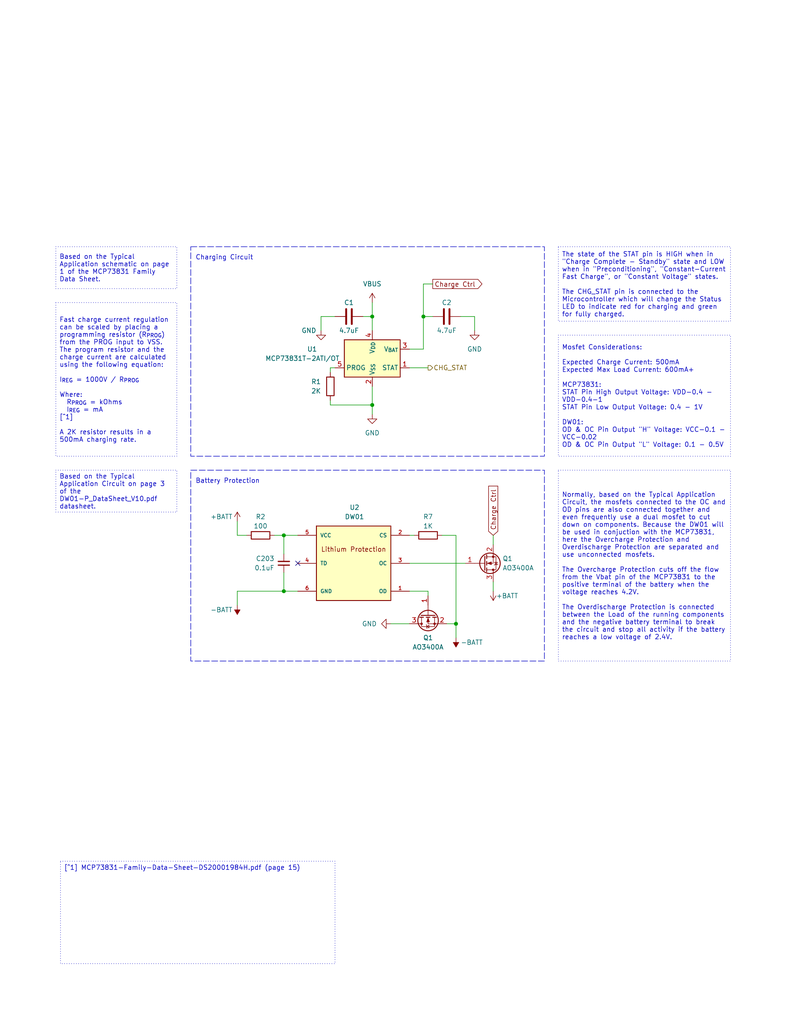
<source format=kicad_sch>
(kicad_sch
	(version 20231120)
	(generator "eeschema")
	(generator_version "8.0")
	(uuid "2707af09-9d08-44c7-8250-97305a1da354")
	(paper "A" portrait)
	(title_block
		(title "Comms Badge Voice Assistant")
		(date "2024-03-02")
		(rev "0.1.1")
		(company "Home Sweet Home Assistant")
	)
	(lib_symbols
		(symbol "Comms Badge Voice Assistant Project:+BATT"
			(power)
			(pin_names
				(offset 0)
			)
			(exclude_from_sim no)
			(in_bom yes)
			(on_board yes)
			(property "Reference" "#PWR"
				(at 0 -3.81 0)
				(effects
					(font
						(size 1.27 1.27)
					)
					(hide yes)
				)
			)
			(property "Value" "+BATT"
				(at 0 3.556 0)
				(effects
					(font
						(size 1.27 1.27)
					)
				)
			)
			(property "Footprint" ""
				(at 0 0 0)
				(effects
					(font
						(size 1.27 1.27)
					)
					(hide yes)
				)
			)
			(property "Datasheet" ""
				(at 0 0 0)
				(effects
					(font
						(size 1.27 1.27)
					)
					(hide yes)
				)
			)
			(property "Description" "Power symbol creates a global label with name \"+BATT\""
				(at 0 0 0)
				(effects
					(font
						(size 1.27 1.27)
					)
					(hide yes)
				)
			)
			(property "ki_keywords" "global power battery"
				(at 0 0 0)
				(effects
					(font
						(size 1.27 1.27)
					)
					(hide yes)
				)
			)
			(symbol "+BATT_0_1"
				(polyline
					(pts
						(xy -0.762 1.27) (xy 0 2.54)
					)
					(stroke
						(width 0)
						(type default)
					)
					(fill
						(type none)
					)
				)
				(polyline
					(pts
						(xy 0 0) (xy 0 2.54)
					)
					(stroke
						(width 0)
						(type default)
					)
					(fill
						(type none)
					)
				)
				(polyline
					(pts
						(xy 0 2.54) (xy 0.762 1.27)
					)
					(stroke
						(width 0)
						(type default)
					)
					(fill
						(type none)
					)
				)
			)
			(symbol "+BATT_1_1"
				(pin power_in line
					(at 0 0 90)
					(length 0) hide
					(name "+BATT"
						(effects
							(font
								(size 1.27 1.27)
							)
						)
					)
					(number "1"
						(effects
							(font
								(size 1.27 1.27)
							)
						)
					)
				)
			)
		)
		(symbol "Comms Badge Voice Assistant Project:-BATT"
			(power)
			(pin_names
				(offset 0)
			)
			(exclude_from_sim no)
			(in_bom yes)
			(on_board yes)
			(property "Reference" "#PWR"
				(at 0 -3.81 0)
				(effects
					(font
						(size 1.27 1.27)
					)
					(hide yes)
				)
			)
			(property "Value" "-BATT"
				(at 0 3.556 0)
				(effects
					(font
						(size 1.27 1.27)
					)
				)
			)
			(property "Footprint" ""
				(at 0 0 0)
				(effects
					(font
						(size 1.27 1.27)
					)
					(hide yes)
				)
			)
			(property "Datasheet" ""
				(at 0 0 0)
				(effects
					(font
						(size 1.27 1.27)
					)
					(hide yes)
				)
			)
			(property "Description" "Power symbol creates a global label with name \"-BATT\""
				(at 0 0 0)
				(effects
					(font
						(size 1.27 1.27)
					)
					(hide yes)
				)
			)
			(property "ki_keywords" "global power battery"
				(at 0 0 0)
				(effects
					(font
						(size 1.27 1.27)
					)
					(hide yes)
				)
			)
			(symbol "-BATT_0_1"
				(polyline
					(pts
						(xy 0 0) (xy 0 2.54)
					)
					(stroke
						(width 0)
						(type default)
					)
					(fill
						(type none)
					)
				)
				(polyline
					(pts
						(xy 0.762 1.27) (xy -0.762 1.27) (xy 0 2.54) (xy 0.762 1.27)
					)
					(stroke
						(width 0)
						(type default)
					)
					(fill
						(type outline)
					)
				)
			)
			(symbol "-BATT_1_1"
				(pin power_in line
					(at 0 0 90)
					(length 0) hide
					(name "-BATT"
						(effects
							(font
								(size 1.27 1.27)
							)
						)
					)
					(number "1"
						(effects
							(font
								(size 1.27 1.27)
							)
						)
					)
				)
			)
		)
		(symbol "Comms Badge Voice Assistant Project:2N7002"
			(pin_names hide)
			(exclude_from_sim no)
			(in_bom yes)
			(on_board yes)
			(property "Reference" "Q"
				(at 5.08 1.905 0)
				(effects
					(font
						(size 1.27 1.27)
					)
					(justify left)
				)
			)
			(property "Value" "2N7002"
				(at 5.08 0 0)
				(effects
					(font
						(size 1.27 1.27)
					)
					(justify left)
				)
			)
			(property "Footprint" "Package_TO_SOT_SMD:SOT-23"
				(at 5.08 -1.905 0)
				(effects
					(font
						(size 1.27 1.27)
						(italic yes)
					)
					(justify left)
					(hide yes)
				)
			)
			(property "Datasheet" "https://www.onsemi.com/pub/Collateral/NDS7002A-D.PDF"
				(at 0 0 0)
				(effects
					(font
						(size 1.27 1.27)
					)
					(justify left)
					(hide yes)
				)
			)
			(property "Description" "0.115A Id, 60V Vds, N-Channel MOSFET, SOT-23"
				(at 0 0 0)
				(effects
					(font
						(size 1.27 1.27)
					)
					(hide yes)
				)
			)
			(property "ki_keywords" "N-Channel Switching MOSFET"
				(at 0 0 0)
				(effects
					(font
						(size 1.27 1.27)
					)
					(hide yes)
				)
			)
			(property "ki_fp_filters" "SOT?23*"
				(at 0 0 0)
				(effects
					(font
						(size 1.27 1.27)
					)
					(hide yes)
				)
			)
			(symbol "2N7002_0_1"
				(polyline
					(pts
						(xy 0.254 0) (xy -2.54 0)
					)
					(stroke
						(width 0)
						(type default)
					)
					(fill
						(type none)
					)
				)
				(polyline
					(pts
						(xy 0.254 1.905) (xy 0.254 -1.905)
					)
					(stroke
						(width 0.254)
						(type default)
					)
					(fill
						(type none)
					)
				)
				(polyline
					(pts
						(xy 0.762 -1.27) (xy 0.762 -2.286)
					)
					(stroke
						(width 0.254)
						(type default)
					)
					(fill
						(type none)
					)
				)
				(polyline
					(pts
						(xy 0.762 0.508) (xy 0.762 -0.508)
					)
					(stroke
						(width 0.254)
						(type default)
					)
					(fill
						(type none)
					)
				)
				(polyline
					(pts
						(xy 0.762 2.286) (xy 0.762 1.27)
					)
					(stroke
						(width 0.254)
						(type default)
					)
					(fill
						(type none)
					)
				)
				(polyline
					(pts
						(xy 2.54 2.54) (xy 2.54 1.778)
					)
					(stroke
						(width 0)
						(type default)
					)
					(fill
						(type none)
					)
				)
				(polyline
					(pts
						(xy 2.54 -2.54) (xy 2.54 0) (xy 0.762 0)
					)
					(stroke
						(width 0)
						(type default)
					)
					(fill
						(type none)
					)
				)
				(polyline
					(pts
						(xy 0.762 -1.778) (xy 3.302 -1.778) (xy 3.302 1.778) (xy 0.762 1.778)
					)
					(stroke
						(width 0)
						(type default)
					)
					(fill
						(type none)
					)
				)
				(polyline
					(pts
						(xy 1.016 0) (xy 2.032 0.381) (xy 2.032 -0.381) (xy 1.016 0)
					)
					(stroke
						(width 0)
						(type default)
					)
					(fill
						(type outline)
					)
				)
				(polyline
					(pts
						(xy 2.794 0.508) (xy 2.921 0.381) (xy 3.683 0.381) (xy 3.81 0.254)
					)
					(stroke
						(width 0)
						(type default)
					)
					(fill
						(type none)
					)
				)
				(polyline
					(pts
						(xy 3.302 0.381) (xy 2.921 -0.254) (xy 3.683 -0.254) (xy 3.302 0.381)
					)
					(stroke
						(width 0)
						(type default)
					)
					(fill
						(type none)
					)
				)
				(circle
					(center 1.651 0)
					(radius 2.794)
					(stroke
						(width 0.254)
						(type default)
					)
					(fill
						(type none)
					)
				)
				(circle
					(center 2.54 -1.778)
					(radius 0.254)
					(stroke
						(width 0)
						(type default)
					)
					(fill
						(type outline)
					)
				)
				(circle
					(center 2.54 1.778)
					(radius 0.254)
					(stroke
						(width 0)
						(type default)
					)
					(fill
						(type outline)
					)
				)
			)
			(symbol "2N7002_1_1"
				(pin input line
					(at -5.08 0 0)
					(length 2.54)
					(name "G"
						(effects
							(font
								(size 1.27 1.27)
							)
						)
					)
					(number "1"
						(effects
							(font
								(size 1.27 1.27)
							)
						)
					)
				)
				(pin passive line
					(at 2.54 -5.08 90)
					(length 2.54)
					(name "S"
						(effects
							(font
								(size 1.27 1.27)
							)
						)
					)
					(number "2"
						(effects
							(font
								(size 1.27 1.27)
							)
						)
					)
				)
				(pin passive line
					(at 2.54 5.08 270)
					(length 2.54)
					(name "D"
						(effects
							(font
								(size 1.27 1.27)
							)
						)
					)
					(number "3"
						(effects
							(font
								(size 1.27 1.27)
							)
						)
					)
				)
			)
		)
		(symbol "Comms Badge Voice Assistant Project:C"
			(pin_numbers hide)
			(pin_names
				(offset 0.254)
			)
			(exclude_from_sim no)
			(in_bom yes)
			(on_board yes)
			(property "Reference" "C"
				(at 0.635 2.54 0)
				(effects
					(font
						(size 1.27 1.27)
					)
					(justify left)
				)
			)
			(property "Value" "C"
				(at 0.635 -2.54 0)
				(effects
					(font
						(size 1.27 1.27)
					)
					(justify left)
				)
			)
			(property "Footprint" ""
				(at 0.9652 -3.81 0)
				(effects
					(font
						(size 1.27 1.27)
					)
					(hide yes)
				)
			)
			(property "Datasheet" "~"
				(at 0 0 0)
				(effects
					(font
						(size 1.27 1.27)
					)
					(hide yes)
				)
			)
			(property "Description" "Unpolarized capacitor"
				(at 0 0 0)
				(effects
					(font
						(size 1.27 1.27)
					)
					(hide yes)
				)
			)
			(property "ki_keywords" "cap capacitor"
				(at 0 0 0)
				(effects
					(font
						(size 1.27 1.27)
					)
					(hide yes)
				)
			)
			(property "ki_fp_filters" "C_*"
				(at 0 0 0)
				(effects
					(font
						(size 1.27 1.27)
					)
					(hide yes)
				)
			)
			(symbol "C_0_1"
				(polyline
					(pts
						(xy -2.032 -0.762) (xy 2.032 -0.762)
					)
					(stroke
						(width 0.508)
						(type default)
					)
					(fill
						(type none)
					)
				)
				(polyline
					(pts
						(xy -2.032 0.762) (xy 2.032 0.762)
					)
					(stroke
						(width 0.508)
						(type default)
					)
					(fill
						(type none)
					)
				)
			)
			(symbol "C_1_1"
				(pin passive line
					(at 0 3.81 270)
					(length 2.794)
					(name "~"
						(effects
							(font
								(size 1.27 1.27)
							)
						)
					)
					(number "1"
						(effects
							(font
								(size 1.27 1.27)
							)
						)
					)
				)
				(pin passive line
					(at 0 -3.81 90)
					(length 2.794)
					(name "~"
						(effects
							(font
								(size 1.27 1.27)
							)
						)
					)
					(number "2"
						(effects
							(font
								(size 1.27 1.27)
							)
						)
					)
				)
			)
		)
		(symbol "Comms Badge Voice Assistant Project:C_Small"
			(pin_numbers hide)
			(pin_names
				(offset 0.254) hide)
			(exclude_from_sim no)
			(in_bom yes)
			(on_board yes)
			(property "Reference" "C"
				(at 0.254 1.778 0)
				(effects
					(font
						(size 1.27 1.27)
					)
					(justify left)
				)
			)
			(property "Value" "C_Small"
				(at 0.254 -2.032 0)
				(effects
					(font
						(size 1.27 1.27)
					)
					(justify left)
				)
			)
			(property "Footprint" ""
				(at 0 0 0)
				(effects
					(font
						(size 1.27 1.27)
					)
					(hide yes)
				)
			)
			(property "Datasheet" "~"
				(at 0 0 0)
				(effects
					(font
						(size 1.27 1.27)
					)
					(hide yes)
				)
			)
			(property "Description" "Unpolarized capacitor, small symbol"
				(at 0 0 0)
				(effects
					(font
						(size 1.27 1.27)
					)
					(hide yes)
				)
			)
			(property "ki_keywords" "capacitor cap"
				(at 0 0 0)
				(effects
					(font
						(size 1.27 1.27)
					)
					(hide yes)
				)
			)
			(property "ki_fp_filters" "C_*"
				(at 0 0 0)
				(effects
					(font
						(size 1.27 1.27)
					)
					(hide yes)
				)
			)
			(symbol "C_Small_0_1"
				(polyline
					(pts
						(xy -1.524 -0.508) (xy 1.524 -0.508)
					)
					(stroke
						(width 0.3302)
						(type default)
					)
					(fill
						(type none)
					)
				)
				(polyline
					(pts
						(xy -1.524 0.508) (xy 1.524 0.508)
					)
					(stroke
						(width 0.3048)
						(type default)
					)
					(fill
						(type none)
					)
				)
			)
			(symbol "C_Small_1_1"
				(pin passive line
					(at 0 2.54 270)
					(length 2.032)
					(name "~"
						(effects
							(font
								(size 1.27 1.27)
							)
						)
					)
					(number "1"
						(effects
							(font
								(size 1.27 1.27)
							)
						)
					)
				)
				(pin passive line
					(at 0 -2.54 90)
					(length 2.032)
					(name "~"
						(effects
							(font
								(size 1.27 1.27)
							)
						)
					)
					(number "2"
						(effects
							(font
								(size 1.27 1.27)
							)
						)
					)
				)
			)
		)
		(symbol "Comms Badge Voice Assistant Project:DW01A"
			(pin_names
				(offset 1.016)
			)
			(exclude_from_sim no)
			(in_bom yes)
			(on_board yes)
			(property "Reference" "U302"
				(at 0.2411 15.24 0)
				(effects
					(font
						(size 1.27 1.27)
					)
				)
			)
			(property "Value" "DW01"
				(at 0.2411 12.7 0)
				(effects
					(font
						(size 1.27 1.27)
					)
				)
			)
			(property "Footprint" "DW01A:SOT23-6"
				(at 0 0 0)
				(effects
					(font
						(size 1.27 1.27)
					)
					(justify bottom)
					(hide yes)
				)
			)
			(property "Datasheet" "https://datasheet.lcsc.com/lcsc/2007091535_PJSEMI-DW01_C686633.pdf"
				(at 0 0 0)
				(effects
					(font
						(size 1.27 1.27)
					)
					(hide yes)
				)
			)
			(property "Description" ""
				(at 0 0 0)
				(effects
					(font
						(size 1.27 1.27)
					)
					(hide yes)
				)
			)
			(property "LCSC #" "C686633"
				(at 0 0 0)
				(effects
					(font
						(size 1.27 1.27)
					)
					(hide yes)
				)
			)
			(property "Mfr. Part #" "DW01"
				(at 0 0 0)
				(effects
					(font
						(size 1.27 1.27)
					)
					(hide yes)
				)
			)
			(property "DigiKey #" "NA"
				(at 0 0 0)
				(effects
					(font
						(size 1.27 1.27)
					)
					(hide yes)
				)
			)
			(property "Mouser #" "NA"
				(at 0 0 0)
				(effects
					(font
						(size 1.27 1.27)
					)
					(hide yes)
				)
			)
			(property "Price" "0.0610"
				(at 0 0 0)
				(effects
					(font
						(size 1.27 1.27)
					)
					(hide yes)
				)
			)
			(symbol "DW01A_0_0"
				(rectangle
					(start -10.16 -10.16)
					(end 10.16 10.16)
					(stroke
						(width 0.254)
						(type default)
					)
					(fill
						(type background)
					)
				)
				(pin bidirectional line
					(at 15.24 -7.62 180)
					(length 5.08)
					(name "OD"
						(effects
							(font
								(size 1.016 1.016)
							)
						)
					)
					(number "1"
						(effects
							(font
								(size 1.016 1.016)
							)
						)
					)
				)
				(pin bidirectional line
					(at 15.24 7.62 180)
					(length 5.08)
					(name "CS"
						(effects
							(font
								(size 1.016 1.016)
							)
						)
					)
					(number "2"
						(effects
							(font
								(size 1.016 1.016)
							)
						)
					)
				)
				(pin bidirectional line
					(at 15.24 0 180)
					(length 5.08)
					(name "OC"
						(effects
							(font
								(size 1.016 1.016)
							)
						)
					)
					(number "3"
						(effects
							(font
								(size 1.016 1.016)
							)
						)
					)
				)
				(pin bidirectional line
					(at -15.24 0 0)
					(length 5.08)
					(name "TD"
						(effects
							(font
								(size 1.016 1.016)
							)
						)
					)
					(number "4"
						(effects
							(font
								(size 1.016 1.016)
							)
						)
					)
				)
				(pin power_in line
					(at -15.24 7.62 0)
					(length 5.08)
					(name "VCC"
						(effects
							(font
								(size 1.016 1.016)
							)
						)
					)
					(number "5"
						(effects
							(font
								(size 1.016 1.016)
							)
						)
					)
				)
				(pin power_in line
					(at -15.24 -7.62 0)
					(length 5.08)
					(name "GND"
						(effects
							(font
								(size 1.016 1.016)
							)
						)
					)
					(number "6"
						(effects
							(font
								(size 1.016 1.016)
							)
						)
					)
				)
			)
			(symbol "DW01A_1_0"
				(text "Lithium Protection"
					(at 0 3.81 0)
					(effects
						(font
							(size 1.27 1.27)
						)
					)
				)
			)
		)
		(symbol "Comms Badge Voice Assistant Project:GND"
			(power)
			(pin_names
				(offset 0)
			)
			(exclude_from_sim no)
			(in_bom yes)
			(on_board yes)
			(property "Reference" "#PWR"
				(at 0 -6.35 0)
				(effects
					(font
						(size 1.27 1.27)
					)
					(hide yes)
				)
			)
			(property "Value" "GND"
				(at 0 -3.81 0)
				(effects
					(font
						(size 1.27 1.27)
					)
				)
			)
			(property "Footprint" ""
				(at 0 0 0)
				(effects
					(font
						(size 1.27 1.27)
					)
					(hide yes)
				)
			)
			(property "Datasheet" ""
				(at 0 0 0)
				(effects
					(font
						(size 1.27 1.27)
					)
					(hide yes)
				)
			)
			(property "Description" "Power symbol creates a global label with name \"GND\" , ground"
				(at 0 0 0)
				(effects
					(font
						(size 1.27 1.27)
					)
					(hide yes)
				)
			)
			(property "ki_keywords" "global power"
				(at 0 0 0)
				(effects
					(font
						(size 1.27 1.27)
					)
					(hide yes)
				)
			)
			(symbol "GND_0_1"
				(polyline
					(pts
						(xy 0 0) (xy 0 -1.27) (xy 1.27 -1.27) (xy 0 -2.54) (xy -1.27 -1.27) (xy 0 -1.27)
					)
					(stroke
						(width 0)
						(type default)
					)
					(fill
						(type none)
					)
				)
			)
			(symbol "GND_1_1"
				(pin power_in line
					(at 0 0 270)
					(length 0) hide
					(name "GND"
						(effects
							(font
								(size 1.27 1.27)
							)
						)
					)
					(number "1"
						(effects
							(font
								(size 1.27 1.27)
							)
						)
					)
				)
			)
		)
		(symbol "Comms Badge Voice Assistant Project:MCP73831-2-OT"
			(exclude_from_sim no)
			(in_bom yes)
			(on_board yes)
			(property "Reference" "U"
				(at -7.62 6.35 0)
				(effects
					(font
						(size 1.27 1.27)
					)
					(justify left)
				)
			)
			(property "Value" "MCP73831-2-OT"
				(at 1.27 6.35 0)
				(effects
					(font
						(size 1.27 1.27)
					)
					(justify left)
				)
			)
			(property "Footprint" "Package_TO_SOT_SMD:SOT-23-5"
				(at 1.27 -6.35 0)
				(effects
					(font
						(size 1.27 1.27)
						(italic yes)
					)
					(justify left)
					(hide yes)
				)
			)
			(property "Datasheet" "http://ww1.microchip.com/downloads/en/DeviceDoc/20001984g.pdf"
				(at -3.81 -1.27 0)
				(effects
					(font
						(size 1.27 1.27)
					)
					(hide yes)
				)
			)
			(property "Description" "Single cell, Li-Ion/Li-Po charge management controller, 4.20V, Tri-State Status Output, in SOT23-5 package"
				(at 0 0 0)
				(effects
					(font
						(size 1.27 1.27)
					)
					(hide yes)
				)
			)
			(property "ki_keywords" "battery charger lithium"
				(at 0 0 0)
				(effects
					(font
						(size 1.27 1.27)
					)
					(hide yes)
				)
			)
			(property "ki_fp_filters" "SOT?23*"
				(at 0 0 0)
				(effects
					(font
						(size 1.27 1.27)
					)
					(hide yes)
				)
			)
			(symbol "MCP73831-2-OT_0_1"
				(rectangle
					(start -7.62 5.08)
					(end 7.62 -5.08)
					(stroke
						(width 0.254)
						(type default)
					)
					(fill
						(type background)
					)
				)
			)
			(symbol "MCP73831-2-OT_1_1"
				(pin output line
					(at 10.16 -2.54 180)
					(length 2.54)
					(name "STAT"
						(effects
							(font
								(size 1.27 1.27)
							)
						)
					)
					(number "1"
						(effects
							(font
								(size 1.27 1.27)
							)
						)
					)
				)
				(pin power_in line
					(at 0 -7.62 90)
					(length 2.54)
					(name "V_{SS}"
						(effects
							(font
								(size 1.27 1.27)
							)
						)
					)
					(number "2"
						(effects
							(font
								(size 1.27 1.27)
							)
						)
					)
				)
				(pin power_out line
					(at 10.16 2.54 180)
					(length 2.54)
					(name "V_{BAT}"
						(effects
							(font
								(size 1.27 1.27)
							)
						)
					)
					(number "3"
						(effects
							(font
								(size 1.27 1.27)
							)
						)
					)
				)
				(pin power_in line
					(at 0 7.62 270)
					(length 2.54)
					(name "V_{DD}"
						(effects
							(font
								(size 1.27 1.27)
							)
						)
					)
					(number "4"
						(effects
							(font
								(size 1.27 1.27)
							)
						)
					)
				)
				(pin input line
					(at -10.16 -2.54 0)
					(length 2.54)
					(name "PROG"
						(effects
							(font
								(size 1.27 1.27)
							)
						)
					)
					(number "5"
						(effects
							(font
								(size 1.27 1.27)
							)
						)
					)
				)
			)
		)
		(symbol "Comms Badge Voice Assistant Project:R"
			(pin_numbers hide)
			(pin_names
				(offset 0)
			)
			(exclude_from_sim no)
			(in_bom yes)
			(on_board yes)
			(property "Reference" "R"
				(at 2.032 0 90)
				(effects
					(font
						(size 1.27 1.27)
					)
				)
			)
			(property "Value" "R"
				(at 0 0 90)
				(effects
					(font
						(size 1.27 1.27)
					)
				)
			)
			(property "Footprint" ""
				(at -1.778 0 90)
				(effects
					(font
						(size 1.27 1.27)
					)
					(hide yes)
				)
			)
			(property "Datasheet" "~"
				(at 0 0 0)
				(effects
					(font
						(size 1.27 1.27)
					)
					(hide yes)
				)
			)
			(property "Description" "Resistor"
				(at 0 0 0)
				(effects
					(font
						(size 1.27 1.27)
					)
					(hide yes)
				)
			)
			(property "ki_keywords" "R res resistor"
				(at 0 0 0)
				(effects
					(font
						(size 1.27 1.27)
					)
					(hide yes)
				)
			)
			(property "ki_fp_filters" "R_*"
				(at 0 0 0)
				(effects
					(font
						(size 1.27 1.27)
					)
					(hide yes)
				)
			)
			(symbol "R_0_1"
				(rectangle
					(start -1.016 -2.54)
					(end 1.016 2.54)
					(stroke
						(width 0.254)
						(type default)
					)
					(fill
						(type none)
					)
				)
			)
			(symbol "R_1_1"
				(pin passive line
					(at 0 3.81 270)
					(length 1.27)
					(name "~"
						(effects
							(font
								(size 1.27 1.27)
							)
						)
					)
					(number "1"
						(effects
							(font
								(size 1.27 1.27)
							)
						)
					)
				)
				(pin passive line
					(at 0 -3.81 90)
					(length 1.27)
					(name "~"
						(effects
							(font
								(size 1.27 1.27)
							)
						)
					)
					(number "2"
						(effects
							(font
								(size 1.27 1.27)
							)
						)
					)
				)
			)
		)
		(symbol "Comms Badge Voice Assistant Project:VBUS"
			(power)
			(pin_names
				(offset 0)
			)
			(exclude_from_sim no)
			(in_bom yes)
			(on_board yes)
			(property "Reference" "#PWR"
				(at 0 -3.81 0)
				(effects
					(font
						(size 1.27 1.27)
					)
					(hide yes)
				)
			)
			(property "Value" "VBUS"
				(at 0 3.81 0)
				(effects
					(font
						(size 1.27 1.27)
					)
				)
			)
			(property "Footprint" ""
				(at 0 0 0)
				(effects
					(font
						(size 1.27 1.27)
					)
					(hide yes)
				)
			)
			(property "Datasheet" ""
				(at 0 0 0)
				(effects
					(font
						(size 1.27 1.27)
					)
					(hide yes)
				)
			)
			(property "Description" "Power symbol creates a global label with name \"VBUS\""
				(at 0 0 0)
				(effects
					(font
						(size 1.27 1.27)
					)
					(hide yes)
				)
			)
			(property "ki_keywords" "global power"
				(at 0 0 0)
				(effects
					(font
						(size 1.27 1.27)
					)
					(hide yes)
				)
			)
			(symbol "VBUS_0_1"
				(polyline
					(pts
						(xy -0.762 1.27) (xy 0 2.54)
					)
					(stroke
						(width 0)
						(type default)
					)
					(fill
						(type none)
					)
				)
				(polyline
					(pts
						(xy 0 0) (xy 0 2.54)
					)
					(stroke
						(width 0)
						(type default)
					)
					(fill
						(type none)
					)
				)
				(polyline
					(pts
						(xy 0 2.54) (xy 0.762 1.27)
					)
					(stroke
						(width 0)
						(type default)
					)
					(fill
						(type none)
					)
				)
			)
			(symbol "VBUS_1_1"
				(pin power_in line
					(at 0 0 90)
					(length 0) hide
					(name "VBUS"
						(effects
							(font
								(size 1.27 1.27)
							)
						)
					)
					(number "1"
						(effects
							(font
								(size 1.27 1.27)
							)
						)
					)
				)
			)
		)
	)
	(junction
		(at 124.46 170.18)
		(diameter 0)
		(color 0 0 0 0)
		(uuid "2e026ff6-166d-49aa-a6fe-2b7ca5d34b27")
	)
	(junction
		(at 101.6 86.36)
		(diameter 0)
		(color 0 0 0 0)
		(uuid "3f979e18-52f2-40d3-a2ce-8e4ba1c4dda7")
	)
	(junction
		(at 115.57 86.36)
		(diameter 0)
		(color 0 0 0 0)
		(uuid "5d4e9a16-7adf-4170-8e00-2625a482c5e2")
	)
	(junction
		(at 77.47 146.05)
		(diameter 0)
		(color 0 0 0 0)
		(uuid "c25b9500-5f08-4541-a175-8eaef728980c")
	)
	(junction
		(at 101.6 110.49)
		(diameter 0)
		(color 0 0 0 0)
		(uuid "d00efc07-f5ad-42fa-a088-2ad8ddef7c57")
	)
	(junction
		(at 77.47 161.29)
		(diameter 0)
		(color 0 0 0 0)
		(uuid "ef494a11-d5c6-4e4c-9d6c-a0e4248ec719")
	)
	(no_connect
		(at 81.28 153.67)
		(uuid "9f768065-27a9-48a2-af2a-707decd9c5ba")
	)
	(wire
		(pts
			(xy 115.57 77.47) (xy 115.57 86.36)
		)
		(stroke
			(width 0)
			(type default)
		)
		(uuid "03404007-ada1-4756-bdd9-96f0e9bd9965")
	)
	(wire
		(pts
			(xy 64.77 161.29) (xy 77.47 161.29)
		)
		(stroke
			(width 0)
			(type default)
		)
		(uuid "067f6349-b682-4261-a897-d19fab371df2")
	)
	(wire
		(pts
			(xy 90.17 100.33) (xy 90.17 101.6)
		)
		(stroke
			(width 0)
			(type default)
		)
		(uuid "12a9fe1d-3606-4c99-9db4-59e26e02883c")
	)
	(wire
		(pts
			(xy 124.46 146.05) (xy 124.46 170.18)
		)
		(stroke
			(width 0)
			(type default)
		)
		(uuid "1ead2fa0-959d-4969-9aa9-821c3df36d20")
	)
	(wire
		(pts
			(xy 64.77 142.24) (xy 64.77 146.05)
		)
		(stroke
			(width 0)
			(type default)
		)
		(uuid "2d09ac1e-26c9-4d8c-b918-a7b8b9a57cfd")
	)
	(wire
		(pts
			(xy 116.84 161.29) (xy 116.84 162.56)
		)
		(stroke
			(width 0)
			(type default)
		)
		(uuid "3137f0e4-f621-4c14-9768-fd5856658d3e")
	)
	(wire
		(pts
			(xy 77.47 146.05) (xy 81.28 146.05)
		)
		(stroke
			(width 0)
			(type default)
		)
		(uuid "4278b356-6dcf-49bd-9106-194dc4111254")
	)
	(wire
		(pts
			(xy 120.65 146.05) (xy 124.46 146.05)
		)
		(stroke
			(width 0)
			(type default)
		)
		(uuid "44d7d632-7eae-452c-925d-1a170865cf5d")
	)
	(wire
		(pts
			(xy 111.76 161.29) (xy 116.84 161.29)
		)
		(stroke
			(width 0)
			(type default)
		)
		(uuid "46cbc5ce-f40b-4543-870c-46b42a0b8dbf")
	)
	(wire
		(pts
			(xy 77.47 146.05) (xy 77.47 151.13)
		)
		(stroke
			(width 0)
			(type default)
		)
		(uuid "5a4b6e78-37f9-4cb9-946d-f8415e56be75")
	)
	(wire
		(pts
			(xy 101.6 105.41) (xy 101.6 110.49)
		)
		(stroke
			(width 0)
			(type default)
		)
		(uuid "62e620a6-f0a9-4f0f-b7d9-2d20a61f8f41")
	)
	(wire
		(pts
			(xy 91.44 100.33) (xy 90.17 100.33)
		)
		(stroke
			(width 0)
			(type default)
		)
		(uuid "662923fc-c79a-4056-9a6f-d293d9f930f4")
	)
	(wire
		(pts
			(xy 87.63 86.36) (xy 87.63 90.17)
		)
		(stroke
			(width 0)
			(type default)
		)
		(uuid "66ec2b6e-e5ba-4b43-9ef9-a4f6c86530c5")
	)
	(wire
		(pts
			(xy 74.93 146.05) (xy 77.47 146.05)
		)
		(stroke
			(width 0)
			(type default)
		)
		(uuid "7d8af8d8-dff7-47db-807e-84de76f5ffd3")
	)
	(wire
		(pts
			(xy 101.6 110.49) (xy 101.6 113.03)
		)
		(stroke
			(width 0)
			(type default)
		)
		(uuid "7df2d6bb-c278-4381-954f-f5fa9b333468")
	)
	(wire
		(pts
			(xy 101.6 86.36) (xy 101.6 90.17)
		)
		(stroke
			(width 0)
			(type default)
		)
		(uuid "7f0989a8-f8bd-4870-9b51-b0ee0de0f1f4")
	)
	(wire
		(pts
			(xy 124.46 170.18) (xy 121.92 170.18)
		)
		(stroke
			(width 0)
			(type default)
		)
		(uuid "8427ec64-b8a0-4a20-ad93-98bbf41f744d")
	)
	(wire
		(pts
			(xy 115.57 95.25) (xy 111.76 95.25)
		)
		(stroke
			(width 0)
			(type default)
		)
		(uuid "8e53af35-ac0c-4df1-b2bd-c9343dcde5fc")
	)
	(wire
		(pts
			(xy 111.76 100.33) (xy 116.84 100.33)
		)
		(stroke
			(width 0)
			(type default)
		)
		(uuid "921e9fea-ba22-40a7-bfce-bc04ff1fc4ac")
	)
	(wire
		(pts
			(xy 106.68 170.18) (xy 111.76 170.18)
		)
		(stroke
			(width 0)
			(type default)
		)
		(uuid "92e3448e-b479-401b-8336-4739d408e0c1")
	)
	(wire
		(pts
			(xy 118.11 77.47) (xy 115.57 77.47)
		)
		(stroke
			(width 0)
			(type default)
		)
		(uuid "93f69080-803d-45e3-a1b8-441e6247d940")
	)
	(wire
		(pts
			(xy 101.6 82.55) (xy 101.6 86.36)
		)
		(stroke
			(width 0)
			(type default)
		)
		(uuid "a3e74896-cdff-49eb-890e-6b72df7f7012")
	)
	(wire
		(pts
			(xy 134.62 158.75) (xy 134.62 161.29)
		)
		(stroke
			(width 0)
			(type default)
		)
		(uuid "a4a0db84-b84d-4bf3-875d-44a47dd5de11")
	)
	(wire
		(pts
			(xy 90.17 110.49) (xy 101.6 110.49)
		)
		(stroke
			(width 0)
			(type default)
		)
		(uuid "a5858b5f-90bc-468c-bfd9-053eeb53fc16")
	)
	(wire
		(pts
			(xy 64.77 161.29) (xy 64.77 165.1)
		)
		(stroke
			(width 0)
			(type default)
		)
		(uuid "a7d65229-f897-48ae-afaf-bdfe00bf9312")
	)
	(wire
		(pts
			(xy 115.57 86.36) (xy 115.57 95.25)
		)
		(stroke
			(width 0)
			(type default)
		)
		(uuid "a93c82c9-9bb7-43af-b71e-db4c635f5e52")
	)
	(wire
		(pts
			(xy 111.76 146.05) (xy 113.03 146.05)
		)
		(stroke
			(width 0)
			(type default)
		)
		(uuid "b3645ad9-d82c-4620-86ef-1a4d9d4e3e7a")
	)
	(wire
		(pts
			(xy 115.57 86.36) (xy 118.11 86.36)
		)
		(stroke
			(width 0)
			(type default)
		)
		(uuid "ba311c70-f689-46d7-8bfd-1463358d4556")
	)
	(wire
		(pts
			(xy 99.06 86.36) (xy 101.6 86.36)
		)
		(stroke
			(width 0)
			(type default)
		)
		(uuid "bb46708a-cfc6-4e96-9c40-bf228f506beb")
	)
	(wire
		(pts
			(xy 129.54 86.36) (xy 129.54 90.17)
		)
		(stroke
			(width 0)
			(type default)
		)
		(uuid "bf09ead8-64ab-4006-9f1f-44beb3fcf6f7")
	)
	(wire
		(pts
			(xy 134.62 146.05) (xy 134.62 148.59)
		)
		(stroke
			(width 0)
			(type default)
		)
		(uuid "df97a771-07c7-44b6-bbbe-3e32efc79d6e")
	)
	(wire
		(pts
			(xy 125.73 86.36) (xy 129.54 86.36)
		)
		(stroke
			(width 0)
			(type default)
		)
		(uuid "e373c0d4-c304-4a5f-ba70-ac37a4cb1f2e")
	)
	(wire
		(pts
			(xy 64.77 146.05) (xy 67.31 146.05)
		)
		(stroke
			(width 0)
			(type default)
		)
		(uuid "e54eaee9-e8d8-4f40-a14c-39e98ee08434")
	)
	(wire
		(pts
			(xy 90.17 110.49) (xy 90.17 109.22)
		)
		(stroke
			(width 0)
			(type default)
		)
		(uuid "ea7a1244-b110-4b6e-acd1-c16dc3e36e70")
	)
	(wire
		(pts
			(xy 111.76 153.67) (xy 127 153.67)
		)
		(stroke
			(width 0)
			(type default)
		)
		(uuid "eed8668d-96e8-4aed-b1f8-3a43e17b1269")
	)
	(wire
		(pts
			(xy 77.47 156.21) (xy 77.47 161.29)
		)
		(stroke
			(width 0)
			(type default)
		)
		(uuid "ef0ff429-d9ae-4ddd-8d3c-2b402984e093")
	)
	(wire
		(pts
			(xy 77.47 161.29) (xy 81.28 161.29)
		)
		(stroke
			(width 0)
			(type default)
		)
		(uuid "efebbd2b-0f8e-4eb6-9c5e-9268b377d3ed")
	)
	(wire
		(pts
			(xy 87.63 86.36) (xy 91.44 86.36)
		)
		(stroke
			(width 0)
			(type default)
		)
		(uuid "f99999fc-81fa-4cbd-a316-a38e57e6ad53")
	)
	(wire
		(pts
			(xy 124.46 170.18) (xy 124.46 173.99)
		)
		(stroke
			(width 0)
			(type default)
		)
		(uuid "fcb1448f-9161-4a21-95fd-d4238ca22603")
	)
	(rectangle
		(start 52.07 128.27)
		(end 148.59 180.34)
		(stroke
			(width 0)
			(type dash)
		)
		(fill
			(type none)
		)
		(uuid 4be9b31a-548a-403d-8049-499ca30a9814)
	)
	(rectangle
		(start 52.07 67.31)
		(end 148.59 124.46)
		(stroke
			(width 0)
			(type dash)
		)
		(fill
			(type none)
		)
		(uuid b40a5741-de3b-472e-b095-f4d1f9a69ec1)
	)
	(text_box "Fast charge current regulation can be scaled by placing a programming resistor (R_{PROG}) from the PROG input to VSS. The program resistor and the charge current are calculated using the following equation:\n\nI_{REG} = 1000V / R_{PROG}\n\nWhere: \n  R_{PROG} = kOhms\n  I_{REG} = mA\n[^1]\n\nA 2K resistor results in a 500mA charging rate."
		(exclude_from_sim no)
		(at 15.24 82.55 0)
		(size 33.02 41.91)
		(stroke
			(width 0)
			(type dot)
		)
		(fill
			(type none)
		)
		(effects
			(font
				(size 1.27 1.27)
			)
			(justify left)
		)
		(uuid "19afa90a-2c73-4e9c-b30f-653d9572ea6f")
	)
	(text_box "Normally, based on the Typical Application Circuit, the mosfets connected to the OC and OD pins are also connected together and even frequently use a dual mosfet to cut down on components. Because the DW01 will be used in conjuction with the MCP73831, here the Overcharge Protection and Overdischarge Protection are separated and use unconnected mosfets.\n\nThe Overcharge Protection cuts off the flow from the Vbat pin of the MCP73831 to the positive terminal of the battery when the voltage reaches 4.2V.\n\nThe Overdischarge Protection is connected between the Load of the running components and the negative battery terminal to break the circuit and stop all activity if the battery reaches a low voltage of 2.4V."
		(exclude_from_sim no)
		(at 152.4 128.27 0)
		(size 46.99 52.07)
		(stroke
			(width 0)
			(type dot)
		)
		(fill
			(type none)
		)
		(effects
			(font
				(size 1.27 1.27)
			)
			(justify left)
		)
		(uuid "51cd1456-a914-4664-ac62-b1489b886dfd")
	)
	(text_box "Based on the Typical Application Circuit on page 3 of the DW01-P_DataSheet_V10.pdf datasheet."
		(exclude_from_sim no)
		(at 15.24 128.27 0)
		(size 33.02 11.43)
		(stroke
			(width 0)
			(type dot)
		)
		(fill
			(type none)
		)
		(effects
			(font
				(size 1.27 1.27)
			)
			(justify left)
		)
		(uuid "54e4ecfc-b05f-4a86-a149-8ecd0909ef70")
	)
	(text_box "The state of the STAT pin is HIGH when in \"Charge Complete - Standby\" state and LOW when in \"Preconditioning\", \"Constant-Current Fast Charge\", or \"Constant Voltage\" states.\n\nThe CHG_STAT pin is connected to the Microcontroller which will change the Status LED to indicate red for charging and green for fully charged."
		(exclude_from_sim no)
		(at 152.4 67.31 0)
		(size 46.99 20.32)
		(stroke
			(width 0)
			(type dot)
		)
		(fill
			(type none)
		)
		(effects
			(font
				(size 1.27 1.27)
			)
			(justify left)
		)
		(uuid "5e0a8ac9-bbb2-4e55-921d-99402a641f32")
	)
	(text_box "[^1] MCP73831-Family-Data-Sheet-DS20001984H.pdf (page 15)"
		(exclude_from_sim no)
		(at 16.51 234.95 0)
		(size 74.93 27.94)
		(stroke
			(width 0)
			(type dot)
		)
		(fill
			(type none)
		)
		(effects
			(font
				(size 1.27 1.27)
			)
			(justify left top)
		)
		(uuid "66e39739-3806-426f-97c7-ea8029469bf1")
	)
	(text_box "Based on the Typical Application schematic on page 1 of the MCP73831 Family Data Sheet."
		(exclude_from_sim no)
		(at 15.24 67.31 0)
		(size 33.02 11.43)
		(stroke
			(width 0)
			(type dot)
		)
		(fill
			(type none)
		)
		(effects
			(font
				(size 1.27 1.27)
			)
			(justify left)
		)
		(uuid "a87c2e30-af53-47fb-9f55-6d9790af722e")
	)
	(text_box "Mosfet Considerations:\n\nExpected Charge Current: 500mA\nExpected Max Load Current: 600mA+\n\nMCP73831:\nSTAT Pin High Output Voltage: VDD-0.4 - VDD-0.4-1\nSTAT Pin Low Output Voltage: 0.4 - 1V\n\nDW01:\nOD & OC Pin Output \"H\" Voltage: VCC-0.1 - VCC-0.02\nOD & OC Pin Output \"L\" Voltage: 0.1 - 0.5V\n"
		(exclude_from_sim no)
		(at 152.4 91.44 0)
		(size 46.99 33.02)
		(stroke
			(width 0)
			(type dot)
		)
		(fill
			(type none)
		)
		(effects
			(font
				(size 1.27 1.27)
			)
			(justify left)
		)
		(uuid "f2fcf3b2-89c2-4612-bd09-daa37101381a")
	)
	(text "Charging Circuit"
		(exclude_from_sim no)
		(at 53.34 70.358 0)
		(effects
			(font
				(size 1.27 1.27)
			)
			(justify left)
		)
		(uuid "d4c80ca6-f43b-47c8-9779-4f3751eff398")
	)
	(text "Battery Protection"
		(exclude_from_sim no)
		(at 53.34 131.318 0)
		(effects
			(font
				(size 1.27 1.27)
			)
			(justify left)
		)
		(uuid "e0a41894-2465-4f75-ae8d-44281cae983c")
	)
	(global_label "Charge Ctrl"
		(shape input)
		(at 134.62 146.05 90)
		(fields_autoplaced yes)
		(effects
			(font
				(size 1.27 1.27)
			)
			(justify left)
		)
		(uuid "4061fc07-5456-4bff-9635-af759f8fe9f6")
		(property "Intersheetrefs" "${INTERSHEET_REFS}"
			(at 134.62 132.0583 90)
			(effects
				(font
					(size 1.27 1.27)
				)
				(justify left)
				(hide yes)
			)
		)
	)
	(global_label "Charge Ctrl"
		(shape output)
		(at 118.11 77.47 0)
		(fields_autoplaced yes)
		(effects
			(font
				(size 1.27 1.27)
			)
			(justify left)
		)
		(uuid "df89223d-4f5f-4fd3-831e-ce7cef7fe880")
		(property "Intersheetrefs" "${INTERSHEET_REFS}"
			(at 132.1017 77.47 0)
			(effects
				(font
					(size 1.27 1.27)
				)
				(justify left)
				(hide yes)
			)
		)
	)
	(hierarchical_label "CHG_STAT"
		(shape output)
		(at 116.84 100.33 0)
		(fields_autoplaced yes)
		(effects
			(font
				(size 1.27 1.27)
			)
			(justify left)
		)
		(uuid "d40e2791-355c-44e4-a6b8-a8d937434e6d")
	)
	(symbol
		(lib_id "Comms Badge Voice Assistant Project:R")
		(at 71.12 146.05 90)
		(unit 1)
		(exclude_from_sim no)
		(in_bom yes)
		(on_board yes)
		(dnp no)
		(uuid "2ba6df08-1d65-4d67-b36f-a0b55f1bb3de")
		(property "Reference" "R2"
			(at 71.12 140.97 90)
			(effects
				(font
					(size 1.27 1.27)
				)
			)
		)
		(property "Value" "100"
			(at 71.12 143.51 90)
			(effects
				(font
					(size 1.27 1.27)
				)
			)
		)
		(property "Footprint" "Resistor_SMD:R_0402_1005Metric"
			(at 71.12 147.828 90)
			(effects
				(font
					(size 1.27 1.27)
				)
				(hide yes)
			)
		)
		(property "Datasheet" "https://datasheet.lcsc.com/lcsc/2304140030_YAGEO-RC0402FR-07100RL_C106232.pdf"
			(at 71.12 146.05 0)
			(effects
				(font
					(size 1.27 1.27)
				)
				(hide yes)
			)
		)
		(property "Description" ""
			(at 71.12 146.05 0)
			(effects
				(font
					(size 1.27 1.27)
				)
				(hide yes)
			)
		)
		(property "LCSC #" "C106232"
			(at 71.12 146.05 0)
			(effects
				(font
					(size 1.27 1.27)
				)
				(hide yes)
			)
		)
		(property "Mfr. Part #" "RC0402FR-07100RL"
			(at 71.12 146.05 0)
			(effects
				(font
					(size 1.27 1.27)
				)
				(hide yes)
			)
		)
		(property "DigiKey #" "311-100LRCT-ND"
			(at 71.12 146.05 0)
			(effects
				(font
					(size 1.27 1.27)
				)
				(hide yes)
			)
		)
		(property "Mouser #" "603-RC0402FR-07100RL"
			(at 71.12 146.05 0)
			(effects
				(font
					(size 1.27 1.27)
				)
				(hide yes)
			)
		)
		(property "Price" "0.0007"
			(at 71.12 146.05 0)
			(effects
				(font
					(size 1.27 1.27)
				)
				(hide yes)
			)
		)
		(pin "1"
			(uuid "0c148359-600d-4f02-8f2f-315515f7e98e")
		)
		(pin "2"
			(uuid "31246511-15ca-45fe-98d0-951310f4b489")
		)
		(instances
			(project "LED Plasmid Bottle"
				(path "/49124571-f0f2-4f3a-b22c-6c3d90e137a0"
					(reference "R2")
					(unit 1)
				)
				(path "/49124571-f0f2-4f3a-b22c-6c3d90e137a0/33791a35-0e34-479b-84b0-7b0147df3113"
					(reference "R205")
					(unit 1)
				)
			)
			(project "Comms Badge Voice Assistant Project"
				(path "/615e3260-ff62-492c-a651-02eeac1fdade/231a0e5c-3d9d-4633-902d-6da720a74176"
					(reference "R305")
					(unit 1)
				)
			)
			(project "Li-Po Battery Charging & Protection"
				(path "/7c69cb15-816e-4173-8879-fd6a8cc51361"
					(reference "R2")
					(unit 1)
				)
			)
			(project "Crystal Space Bun Crowns"
				(path "/80ca1a89-7fc0-4d2e-aa39-cc2a3d357b07"
					(reference "R7")
					(unit 1)
				)
			)
		)
	)
	(symbol
		(lib_id "Comms Badge Voice Assistant Project:GND")
		(at 101.6 113.03 0)
		(unit 1)
		(exclude_from_sim no)
		(in_bom yes)
		(on_board yes)
		(dnp no)
		(fields_autoplaced yes)
		(uuid "2c8fdad6-ab92-4150-8f88-dffd47e98145")
		(property "Reference" "#PWR06"
			(at 101.6 119.38 0)
			(effects
				(font
					(size 1.27 1.27)
				)
				(hide yes)
			)
		)
		(property "Value" "GND"
			(at 101.6 118.11 0)
			(effects
				(font
					(size 1.27 1.27)
				)
			)
		)
		(property "Footprint" ""
			(at 101.6 113.03 0)
			(effects
				(font
					(size 1.27 1.27)
				)
				(hide yes)
			)
		)
		(property "Datasheet" ""
			(at 101.6 113.03 0)
			(effects
				(font
					(size 1.27 1.27)
				)
				(hide yes)
			)
		)
		(property "Description" ""
			(at 101.6 113.03 0)
			(effects
				(font
					(size 1.27 1.27)
				)
				(hide yes)
			)
		)
		(pin "1"
			(uuid "be4bdf31-590f-4798-981c-19717312ed52")
		)
		(instances
			(project "LED Plasmid Bottle"
				(path "/49124571-f0f2-4f3a-b22c-6c3d90e137a0"
					(reference "#PWR06")
					(unit 1)
				)
				(path "/49124571-f0f2-4f3a-b22c-6c3d90e137a0/33791a35-0e34-479b-84b0-7b0147df3113"
					(reference "#PWR06")
					(unit 1)
				)
			)
			(project "Comms Badge Voice Assistant Project"
				(path "/615e3260-ff62-492c-a651-02eeac1fdade/231a0e5c-3d9d-4633-902d-6da720a74176"
					(reference "#PWR0305")
					(unit 1)
				)
			)
			(project "Li-Po Battery Charging & Protection"
				(path "/7c69cb15-816e-4173-8879-fd6a8cc51361"
					(reference "#PWR06")
					(unit 1)
				)
			)
			(project "Crystal Space Bun Crowns"
				(path "/80ca1a89-7fc0-4d2e-aa39-cc2a3d357b07"
					(reference "#PWR08")
					(unit 1)
				)
			)
		)
	)
	(symbol
		(lib_id "Comms Badge Voice Assistant Project:R")
		(at 90.17 105.41 0)
		(unit 1)
		(exclude_from_sim no)
		(in_bom yes)
		(on_board yes)
		(dnp no)
		(uuid "376fd39e-bc9a-40f7-bfa6-4f3b283a0f4f")
		(property "Reference" "R1"
			(at 87.63 104.14 0)
			(effects
				(font
					(size 1.27 1.27)
				)
				(justify right)
			)
		)
		(property "Value" "2K"
			(at 87.63 106.68 0)
			(effects
				(font
					(size 1.27 1.27)
				)
				(justify right)
			)
		)
		(property "Footprint" "Resistor_SMD:R_0402_1005Metric"
			(at 88.392 105.41 90)
			(effects
				(font
					(size 1.27 1.27)
				)
				(hide yes)
			)
		)
		(property "Datasheet" "https://datasheet.lcsc.com/lcsc/2304140030_YAGEO-RC0402FR-072KL_C60488.pdf"
			(at 90.17 105.41 0)
			(effects
				(font
					(size 1.27 1.27)
				)
				(hide yes)
			)
		)
		(property "Description" ""
			(at 90.17 105.41 0)
			(effects
				(font
					(size 1.27 1.27)
				)
				(hide yes)
			)
		)
		(property "LCSC #" "C60488"
			(at 90.17 105.41 0)
			(effects
				(font
					(size 1.27 1.27)
				)
				(hide yes)
			)
		)
		(property "Mfr. Part #" "RC0402FR-072KL"
			(at 90.17 105.41 0)
			(effects
				(font
					(size 1.27 1.27)
				)
				(hide yes)
			)
		)
		(property "DigiKey #" "311-2KLRCT-ND"
			(at 90.17 105.41 0)
			(effects
				(font
					(size 1.27 1.27)
				)
				(hide yes)
			)
		)
		(property "Mouser #" "603-RC0402FR-072KL"
			(at 90.17 105.41 0)
			(effects
				(font
					(size 1.27 1.27)
				)
				(hide yes)
			)
		)
		(property "Price" "0.0007"
			(at 90.17 105.41 0)
			(effects
				(font
					(size 1.27 1.27)
				)
				(hide yes)
			)
		)
		(pin "1"
			(uuid "3268c0bf-315d-4aa2-8b29-f0d28894845a")
		)
		(pin "2"
			(uuid "21fe54d8-b79d-44bd-9cd5-aa4970c137cc")
		)
		(instances
			(project "LED Plasmid Bottle"
				(path "/49124571-f0f2-4f3a-b22c-6c3d90e137a0"
					(reference "R1")
					(unit 1)
				)
				(path "/49124571-f0f2-4f3a-b22c-6c3d90e137a0/33791a35-0e34-479b-84b0-7b0147df3113"
					(reference "R201")
					(unit 1)
				)
			)
			(project "Comms Badge Voice Assistant Project"
				(path "/615e3260-ff62-492c-a651-02eeac1fdade/231a0e5c-3d9d-4633-902d-6da720a74176"
					(reference "R302")
					(unit 1)
				)
			)
			(project "Li-Po Battery Charging & Protection"
				(path "/7c69cb15-816e-4173-8879-fd6a8cc51361"
					(reference "R1")
					(unit 1)
				)
			)
			(project "Crystal Space Bun Crowns"
				(path "/80ca1a89-7fc0-4d2e-aa39-cc2a3d357b07"
					(reference "R6")
					(unit 1)
				)
			)
		)
	)
	(symbol
		(lib_id "Comms Badge Voice Assistant Project:GND")
		(at 129.54 90.17 0)
		(mirror y)
		(unit 1)
		(exclude_from_sim no)
		(in_bom yes)
		(on_board yes)
		(dnp no)
		(uuid "5400c09c-44c7-4c58-998f-dc430bdbad39")
		(property "Reference" "#PWR09"
			(at 129.54 96.52 0)
			(effects
				(font
					(size 1.27 1.27)
				)
				(hide yes)
			)
		)
		(property "Value" "GND"
			(at 129.54 95.25 0)
			(effects
				(font
					(size 1.27 1.27)
				)
			)
		)
		(property "Footprint" ""
			(at 129.54 90.17 0)
			(effects
				(font
					(size 1.27 1.27)
				)
				(hide yes)
			)
		)
		(property "Datasheet" ""
			(at 129.54 90.17 0)
			(effects
				(font
					(size 1.27 1.27)
				)
				(hide yes)
			)
		)
		(property "Description" ""
			(at 129.54 90.17 0)
			(effects
				(font
					(size 1.27 1.27)
				)
				(hide yes)
			)
		)
		(pin "1"
			(uuid "e5aaa9ee-10bf-480e-acc0-d887f050d19b")
		)
		(instances
			(project "LED Plasmid Bottle"
				(path "/49124571-f0f2-4f3a-b22c-6c3d90e137a0"
					(reference "#PWR09")
					(unit 1)
				)
				(path "/49124571-f0f2-4f3a-b22c-6c3d90e137a0/33791a35-0e34-479b-84b0-7b0147df3113"
					(reference "#PWR09")
					(unit 1)
				)
			)
			(project "Comms Badge Voice Assistant Project"
				(path "/615e3260-ff62-492c-a651-02eeac1fdade/231a0e5c-3d9d-4633-902d-6da720a74176"
					(reference "#PWR0303")
					(unit 1)
				)
			)
			(project "Li-Po Battery Charging & Protection"
				(path "/7c69cb15-816e-4173-8879-fd6a8cc51361"
					(reference "#PWR09")
					(unit 1)
				)
			)
			(project "Crystal Space Bun Crowns"
				(path "/80ca1a89-7fc0-4d2e-aa39-cc2a3d357b07"
					(reference "#PWR07")
					(unit 1)
				)
			)
		)
	)
	(symbol
		(lib_id "Comms Badge Voice Assistant Project:GND")
		(at 87.63 90.17 0)
		(unit 1)
		(exclude_from_sim no)
		(in_bom yes)
		(on_board yes)
		(dnp no)
		(uuid "603ac591-7a9b-46ad-bbbd-a1d0edabcf0d")
		(property "Reference" "#PWR03"
			(at 87.63 96.52 0)
			(effects
				(font
					(size 1.27 1.27)
				)
				(hide yes)
			)
		)
		(property "Value" "GND"
			(at 86.36 90.17 0)
			(effects
				(font
					(size 1.27 1.27)
				)
				(justify right)
			)
		)
		(property "Footprint" ""
			(at 87.63 90.17 0)
			(effects
				(font
					(size 1.27 1.27)
				)
				(hide yes)
			)
		)
		(property "Datasheet" ""
			(at 87.63 90.17 0)
			(effects
				(font
					(size 1.27 1.27)
				)
				(hide yes)
			)
		)
		(property "Description" ""
			(at 87.63 90.17 0)
			(effects
				(font
					(size 1.27 1.27)
				)
				(hide yes)
			)
		)
		(pin "1"
			(uuid "2111918e-fc3a-4b00-a839-9ff1d5da4677")
		)
		(instances
			(project "LED Plasmid Bottle"
				(path "/49124571-f0f2-4f3a-b22c-6c3d90e137a0"
					(reference "#PWR03")
					(unit 1)
				)
				(path "/49124571-f0f2-4f3a-b22c-6c3d90e137a0/33791a35-0e34-479b-84b0-7b0147df3113"
					(reference "#PWR03")
					(unit 1)
				)
			)
			(project "Comms Badge Voice Assistant Project"
				(path "/615e3260-ff62-492c-a651-02eeac1fdade/231a0e5c-3d9d-4633-902d-6da720a74176"
					(reference "#PWR0302")
					(unit 1)
				)
			)
			(project "Li-Po Battery Charging & Protection"
				(path "/7c69cb15-816e-4173-8879-fd6a8cc51361"
					(reference "#PWR03")
					(unit 1)
				)
			)
			(project "Crystal Space Bun Crowns"
				(path "/80ca1a89-7fc0-4d2e-aa39-cc2a3d357b07"
					(reference "#PWR010")
					(unit 1)
				)
			)
		)
	)
	(symbol
		(lib_id "Comms Badge Voice Assistant Project:C")
		(at 95.25 86.36 270)
		(unit 1)
		(exclude_from_sim no)
		(in_bom yes)
		(on_board yes)
		(dnp no)
		(uuid "670046c7-d243-47c2-82a6-65be8bac7ea5")
		(property "Reference" "C1"
			(at 95.25 82.55 90)
			(effects
				(font
					(size 1.27 1.27)
				)
			)
		)
		(property "Value" "4.7uF"
			(at 95.25 90.17 90)
			(effects
				(font
					(size 1.27 1.27)
				)
			)
		)
		(property "Footprint" "Capacitor_SMD:C_0402_1005Metric"
			(at 91.44 87.3252 0)
			(effects
				(font
					(size 1.27 1.27)
				)
				(hide yes)
			)
		)
		(property "Datasheet" "https://datasheet.lcsc.com/lcsc/1811081617_Murata-Electronics-GRM155R61A475KEAAD_C77004.pdf"
			(at 95.25 86.36 0)
			(effects
				(font
					(size 1.27 1.27)
				)
				(hide yes)
			)
		)
		(property "Description" ""
			(at 95.25 86.36 0)
			(effects
				(font
					(size 1.27 1.27)
				)
				(hide yes)
			)
		)
		(property "LCSC #" "C77004"
			(at 95.25 86.36 0)
			(effects
				(font
					(size 1.27 1.27)
				)
				(hide yes)
			)
		)
		(property "Mfr. Part #" "GRM155R61A475KEAAD"
			(at 95.25 86.36 0)
			(effects
				(font
					(size 1.27 1.27)
				)
				(hide yes)
			)
		)
		(property "DigiKey #" "NA"
			(at 95.25 86.36 0)
			(effects
				(font
					(size 1.27 1.27)
				)
				(hide yes)
			)
		)
		(property "Mouser #" "NA"
			(at 95.25 86.36 0)
			(effects
				(font
					(size 1.27 1.27)
				)
				(hide yes)
			)
		)
		(property "Price" "0.0147"
			(at 95.25 86.36 0)
			(effects
				(font
					(size 1.27 1.27)
				)
				(hide yes)
			)
		)
		(pin "1"
			(uuid "1766fe07-fd17-4d6a-b61b-a239ac11499c")
		)
		(pin "2"
			(uuid "f29d7a67-3115-4af6-9865-db95f655a866")
		)
		(instances
			(project "LED Plasmid Bottle"
				(path "/49124571-f0f2-4f3a-b22c-6c3d90e137a0"
					(reference "C1")
					(unit 1)
				)
				(path "/49124571-f0f2-4f3a-b22c-6c3d90e137a0/33791a35-0e34-479b-84b0-7b0147df3113"
					(reference "C201")
					(unit 1)
				)
			)
			(project "Comms Badge Voice Assistant Project"
				(path "/615e3260-ff62-492c-a651-02eeac1fdade/231a0e5c-3d9d-4633-902d-6da720a74176"
					(reference "C301")
					(unit 1)
				)
			)
			(project "Li-Po Battery Charging & Protection"
				(path "/7c69cb15-816e-4173-8879-fd6a8cc51361"
					(reference "C1")
					(unit 1)
				)
			)
			(project "Crystal Space Bun Crowns"
				(path "/80ca1a89-7fc0-4d2e-aa39-cc2a3d357b07"
					(reference "C2")
					(unit 1)
				)
			)
		)
	)
	(symbol
		(lib_id "Comms Badge Voice Assistant Project:+BATT")
		(at 134.62 161.29 180)
		(unit 1)
		(exclude_from_sim no)
		(in_bom yes)
		(on_board yes)
		(dnp no)
		(uuid "7b4107f5-d615-44a1-b148-1992f39f4248")
		(property "Reference" "#PWR013"
			(at 134.62 157.48 0)
			(effects
				(font
					(size 1.27 1.27)
				)
				(hide yes)
			)
		)
		(property "Value" "+BATT"
			(at 138.43 162.56 0)
			(effects
				(font
					(size 1.27 1.27)
				)
			)
		)
		(property "Footprint" ""
			(at 134.62 161.29 0)
			(effects
				(font
					(size 1.27 1.27)
				)
				(hide yes)
			)
		)
		(property "Datasheet" ""
			(at 134.62 161.29 0)
			(effects
				(font
					(size 1.27 1.27)
				)
				(hide yes)
			)
		)
		(property "Description" ""
			(at 134.62 161.29 0)
			(effects
				(font
					(size 1.27 1.27)
				)
				(hide yes)
			)
		)
		(pin "1"
			(uuid "b4fed1f0-e91f-4cdd-ac68-4018d5d5726e")
		)
		(instances
			(project "LED Plasmid Bottle"
				(path "/49124571-f0f2-4f3a-b22c-6c3d90e137a0"
					(reference "#PWR013")
					(unit 1)
				)
				(path "/49124571-f0f2-4f3a-b22c-6c3d90e137a0/33791a35-0e34-479b-84b0-7b0147df3113"
					(reference "#PWR013")
					(unit 1)
				)
			)
			(project "Comms Badge Voice Assistant Project"
				(path "/615e3260-ff62-492c-a651-02eeac1fdade/231a0e5c-3d9d-4633-902d-6da720a74176"
					(reference "#PWR0308")
					(unit 1)
				)
			)
			(project "Li-Po Battery Charging & Protection"
				(path "/7c69cb15-816e-4173-8879-fd6a8cc51361"
					(reference "#PWR013")
					(unit 1)
				)
			)
			(project "Crystal Space Bun Crowns"
				(path "/80ca1a89-7fc0-4d2e-aa39-cc2a3d357b07"
					(reference "#PWR06")
					(unit 1)
				)
			)
		)
	)
	(symbol
		(lib_id "Comms Badge Voice Assistant Project:C")
		(at 121.92 86.36 270)
		(unit 1)
		(exclude_from_sim no)
		(in_bom yes)
		(on_board yes)
		(dnp no)
		(uuid "94c5d73b-ad20-41ff-a484-21ccf51001a1")
		(property "Reference" "C2"
			(at 121.92 82.55 90)
			(effects
				(font
					(size 1.27 1.27)
				)
			)
		)
		(property "Value" "4.7uF"
			(at 121.92 90.17 90)
			(effects
				(font
					(size 1.27 1.27)
				)
			)
		)
		(property "Footprint" "Capacitor_SMD:C_0402_1005Metric"
			(at 118.11 87.3252 0)
			(effects
				(font
					(size 1.27 1.27)
				)
				(hide yes)
			)
		)
		(property "Datasheet" "https://datasheet.lcsc.com/lcsc/1811081617_Murata-Electronics-GRM155R61A475KEAAD_C77004.pdf"
			(at 121.92 86.36 0)
			(effects
				(font
					(size 1.27 1.27)
				)
				(hide yes)
			)
		)
		(property "Description" ""
			(at 121.92 86.36 0)
			(effects
				(font
					(size 1.27 1.27)
				)
				(hide yes)
			)
		)
		(property "LCSC #" "C77004"
			(at 121.92 86.36 0)
			(effects
				(font
					(size 1.27 1.27)
				)
				(hide yes)
			)
		)
		(property "Mfr. Part #" "GRM155R61A475KEAAD"
			(at 121.92 86.36 0)
			(effects
				(font
					(size 1.27 1.27)
				)
				(hide yes)
			)
		)
		(property "DigiKey #" "NA"
			(at 121.92 86.36 0)
			(effects
				(font
					(size 1.27 1.27)
				)
				(hide yes)
			)
		)
		(property "Mouser #" "NA"
			(at 121.92 86.36 0)
			(effects
				(font
					(size 1.27 1.27)
				)
				(hide yes)
			)
		)
		(property "Price" "0.0147"
			(at 121.92 86.36 0)
			(effects
				(font
					(size 1.27 1.27)
				)
				(hide yes)
			)
		)
		(pin "1"
			(uuid "0143936a-bd89-418d-b58d-633240d4b954")
		)
		(pin "2"
			(uuid "d10393ed-c519-414d-90d9-950c03f50fbe")
		)
		(instances
			(project "LED Plasmid Bottle"
				(path "/49124571-f0f2-4f3a-b22c-6c3d90e137a0"
					(reference "C2")
					(unit 1)
				)
				(path "/49124571-f0f2-4f3a-b22c-6c3d90e137a0/33791a35-0e34-479b-84b0-7b0147df3113"
					(reference "C202")
					(unit 1)
				)
			)
			(project "Comms Badge Voice Assistant Project"
				(path "/615e3260-ff62-492c-a651-02eeac1fdade/231a0e5c-3d9d-4633-902d-6da720a74176"
					(reference "C302")
					(unit 1)
				)
			)
			(project "Li-Po Battery Charging & Protection"
				(path "/7c69cb15-816e-4173-8879-fd6a8cc51361"
					(reference "C2")
					(unit 1)
				)
			)
			(project "Crystal Space Bun Crowns"
				(path "/80ca1a89-7fc0-4d2e-aa39-cc2a3d357b07"
					(reference "C1")
					(unit 1)
				)
			)
		)
	)
	(symbol
		(lib_id "Comms Badge Voice Assistant Project:VBUS")
		(at 101.6 82.55 0)
		(unit 1)
		(exclude_from_sim no)
		(in_bom yes)
		(on_board yes)
		(dnp no)
		(fields_autoplaced yes)
		(uuid "9a352e6f-bfe2-4145-8afd-42b3215b9db3")
		(property "Reference" "#PWR05"
			(at 101.6 86.36 0)
			(effects
				(font
					(size 1.27 1.27)
				)
				(hide yes)
			)
		)
		(property "Value" "VBUS"
			(at 101.6 77.47 0)
			(effects
				(font
					(size 1.27 1.27)
				)
			)
		)
		(property "Footprint" ""
			(at 101.6 82.55 0)
			(effects
				(font
					(size 1.27 1.27)
				)
				(hide yes)
			)
		)
		(property "Datasheet" ""
			(at 101.6 82.55 0)
			(effects
				(font
					(size 1.27 1.27)
				)
				(hide yes)
			)
		)
		(property "Description" ""
			(at 101.6 82.55 0)
			(effects
				(font
					(size 1.27 1.27)
				)
				(hide yes)
			)
		)
		(pin "1"
			(uuid "3047e64d-3a3c-4c11-81ea-e7f2975eab40")
		)
		(instances
			(project "LED Plasmid Bottle"
				(path "/49124571-f0f2-4f3a-b22c-6c3d90e137a0"
					(reference "#PWR05")
					(unit 1)
				)
				(path "/49124571-f0f2-4f3a-b22c-6c3d90e137a0/33791a35-0e34-479b-84b0-7b0147df3113"
					(reference "#PWR05")
					(unit 1)
				)
			)
			(project "Comms Badge Voice Assistant Project"
				(path "/615e3260-ff62-492c-a651-02eeac1fdade/231a0e5c-3d9d-4633-902d-6da720a74176"
					(reference "#PWR0301")
					(unit 1)
				)
			)
			(project "Li-Po Battery Charging & Protection"
				(path "/7c69cb15-816e-4173-8879-fd6a8cc51361"
					(reference "#PWR05")
					(unit 1)
				)
			)
			(project "Crystal Space Bun Crowns"
				(path "/80ca1a89-7fc0-4d2e-aa39-cc2a3d357b07"
					(reference "#PWR09")
					(unit 1)
				)
			)
		)
	)
	(symbol
		(lib_id "Comms Badge Voice Assistant Project:-BATT")
		(at 64.77 165.1 180)
		(unit 1)
		(exclude_from_sim no)
		(in_bom yes)
		(on_board yes)
		(dnp no)
		(uuid "9d785658-bfb8-44c9-b7d8-96324038470f")
		(property "Reference" "#PWR04"
			(at 64.77 161.29 0)
			(effects
				(font
					(size 1.27 1.27)
				)
				(hide yes)
			)
		)
		(property "Value" "-BATT"
			(at 63.5 166.37 0)
			(effects
				(font
					(size 1.27 1.27)
				)
				(justify left)
			)
		)
		(property "Footprint" ""
			(at 64.77 165.1 0)
			(effects
				(font
					(size 1.27 1.27)
				)
				(hide yes)
			)
		)
		(property "Datasheet" ""
			(at 64.77 165.1 0)
			(effects
				(font
					(size 1.27 1.27)
				)
				(hide yes)
			)
		)
		(property "Description" ""
			(at 64.77 165.1 0)
			(effects
				(font
					(size 1.27 1.27)
				)
				(hide yes)
			)
		)
		(pin "1"
			(uuid "9d7a7cad-4f21-4653-b5a1-242fa0636b45")
		)
		(instances
			(project "LED Plasmid Bottle"
				(path "/49124571-f0f2-4f3a-b22c-6c3d90e137a0"
					(reference "#PWR04")
					(unit 1)
				)
				(path "/49124571-f0f2-4f3a-b22c-6c3d90e137a0/33791a35-0e34-479b-84b0-7b0147df3113"
					(reference "#PWR04")
					(unit 1)
				)
			)
			(project "Comms Badge Voice Assistant Project"
				(path "/615e3260-ff62-492c-a651-02eeac1fdade/231a0e5c-3d9d-4633-902d-6da720a74176"
					(reference "#PWR0309")
					(unit 1)
				)
			)
			(project "Li-Po Battery Charging & Protection"
				(path "/7c69cb15-816e-4173-8879-fd6a8cc51361"
					(reference "#PWR04")
					(unit 1)
				)
			)
			(project "Crystal Space Bun Crowns"
				(path "/80ca1a89-7fc0-4d2e-aa39-cc2a3d357b07"
					(reference "#PWR013")
					(unit 1)
				)
			)
		)
	)
	(symbol
		(lib_id "Comms Badge Voice Assistant Project:2N7002")
		(at 116.84 167.64 90)
		(mirror x)
		(unit 1)
		(exclude_from_sim no)
		(in_bom yes)
		(on_board yes)
		(dnp no)
		(uuid "be29d5c4-c5bf-4a8b-afc9-836141555cd9")
		(property "Reference" "Q1"
			(at 116.84 173.99 90)
			(effects
				(font
					(size 1.27 1.27)
				)
			)
		)
		(property "Value" "AO3400A"
			(at 116.84 176.53 90)
			(effects
				(font
					(size 1.27 1.27)
				)
			)
		)
		(property "Footprint" "Package_TO_SOT_SMD:SOT-23"
			(at 118.745 172.72 0)
			(effects
				(font
					(size 1.27 1.27)
					(italic yes)
				)
				(justify left)
				(hide yes)
			)
		)
		(property "Datasheet" "https://datasheet.lcsc.com/lcsc/1811081213_Alpha---Omega-Semicon-AO3400A_C20917.pdf"
			(at 116.84 167.64 0)
			(effects
				(font
					(size 1.27 1.27)
				)
				(justify left)
				(hide yes)
			)
		)
		(property "Description" ""
			(at 116.84 167.64 0)
			(effects
				(font
					(size 1.27 1.27)
				)
				(hide yes)
			)
		)
		(property "LCSC #" "C20917"
			(at 116.84 167.64 0)
			(effects
				(font
					(size 1.27 1.27)
				)
				(hide yes)
			)
		)
		(property "Mfr. Part #" "AO3400A"
			(at 116.84 167.64 0)
			(effects
				(font
					(size 1.27 1.27)
				)
				(hide yes)
			)
		)
		(property "DigiKey #" "785-1000-1-ND"
			(at 116.84 167.64 0)
			(effects
				(font
					(size 1.27 1.27)
				)
				(hide yes)
			)
		)
		(property "Mouser #" "NA"
			(at 116.84 167.64 0)
			(effects
				(font
					(size 1.27 1.27)
				)
				(hide yes)
			)
		)
		(property "Price" "0.0724"
			(at 116.84 167.64 0)
			(effects
				(font
					(size 1.27 1.27)
				)
				(hide yes)
			)
		)
		(pin "1"
			(uuid "53b2c688-5a02-43e5-be5c-a8e0fda76654")
		)
		(pin "2"
			(uuid "e6d01b48-8918-40df-9260-bf3051dd22f5")
		)
		(pin "3"
			(uuid "95710484-caf5-4b59-a8b3-963b2d786b2c")
		)
		(instances
			(project "LED Plasmid Bottle"
				(path "/49124571-f0f2-4f3a-b22c-6c3d90e137a0"
					(reference "Q1")
					(unit 1)
				)
				(path "/49124571-f0f2-4f3a-b22c-6c3d90e137a0/33791a35-0e34-479b-84b0-7b0147df3113"
					(reference "Q203")
					(unit 1)
				)
			)
			(project "Comms Badge Voice Assistant Project"
				(path "/615e3260-ff62-492c-a651-02eeac1fdade/231a0e5c-3d9d-4633-902d-6da720a74176"
					(reference "Q303")
					(unit 1)
				)
			)
			(project "Li-Po Battery Charging & Protection"
				(path "/7c69cb15-816e-4173-8879-fd6a8cc51361"
					(reference "Q1")
					(unit 1)
				)
			)
			(project "Crystal Space Bun Crowns"
				(path "/80ca1a89-7fc0-4d2e-aa39-cc2a3d357b07"
					(reference "Q3")
					(unit 1)
				)
			)
		)
	)
	(symbol
		(lib_id "Comms Badge Voice Assistant Project:2N7002")
		(at 132.08 153.67 0)
		(mirror x)
		(unit 1)
		(exclude_from_sim no)
		(in_bom yes)
		(on_board yes)
		(dnp no)
		(uuid "c2c44d35-3b4e-4aad-994c-9135fbd0ff19")
		(property "Reference" "Q1"
			(at 137.16 152.4 0)
			(effects
				(font
					(size 1.27 1.27)
				)
				(justify left)
			)
		)
		(property "Value" "AO3400A"
			(at 137.16 154.94 0)
			(effects
				(font
					(size 1.27 1.27)
				)
				(justify left)
			)
		)
		(property "Footprint" "Package_TO_SOT_SMD:SOT-23"
			(at 137.16 151.765 0)
			(effects
				(font
					(size 1.27 1.27)
					(italic yes)
				)
				(justify left)
				(hide yes)
			)
		)
		(property "Datasheet" "https://datasheet.lcsc.com/lcsc/1811081213_Alpha---Omega-Semicon-AO3400A_C20917.pdf"
			(at 132.08 153.67 0)
			(effects
				(font
					(size 1.27 1.27)
				)
				(justify left)
				(hide yes)
			)
		)
		(property "Description" ""
			(at 132.08 153.67 0)
			(effects
				(font
					(size 1.27 1.27)
				)
				(hide yes)
			)
		)
		(property "LCSC #" "C20917"
			(at 132.08 153.67 0)
			(effects
				(font
					(size 1.27 1.27)
				)
				(hide yes)
			)
		)
		(property "Mfr. Part #" "AO3400A"
			(at 132.08 153.67 0)
			(effects
				(font
					(size 1.27 1.27)
				)
				(hide yes)
			)
		)
		(property "DigiKey #" "785-1000-1-ND"
			(at 132.08 153.67 0)
			(effects
				(font
					(size 1.27 1.27)
				)
				(hide yes)
			)
		)
		(property "Mouser #" "NA"
			(at 132.08 153.67 0)
			(effects
				(font
					(size 1.27 1.27)
				)
				(hide yes)
			)
		)
		(property "Price" "0.0724"
			(at 132.08 153.67 0)
			(effects
				(font
					(size 1.27 1.27)
				)
				(hide yes)
			)
		)
		(pin "1"
			(uuid "f4ca869b-29a7-4a97-b27e-2895d4b9dc6f")
		)
		(pin "2"
			(uuid "9a3dd35d-2286-447e-aa0f-195568d2b3ba")
		)
		(pin "3"
			(uuid "4023937e-7e7a-45c2-bbb0-20c555246d7c")
		)
		(instances
			(project "LED Plasmid Bottle"
				(path "/49124571-f0f2-4f3a-b22c-6c3d90e137a0"
					(reference "Q1")
					(unit 1)
				)
				(path "/49124571-f0f2-4f3a-b22c-6c3d90e137a0/33791a35-0e34-479b-84b0-7b0147df3113"
					(reference "Q202")
					(unit 1)
				)
			)
			(project "Comms Badge Voice Assistant Project"
				(path "/615e3260-ff62-492c-a651-02eeac1fdade/231a0e5c-3d9d-4633-902d-6da720a74176"
					(reference "Q302")
					(unit 1)
				)
			)
			(project "Li-Po Battery Charging & Protection"
				(path "/7c69cb15-816e-4173-8879-fd6a8cc51361"
					(reference "Q1")
					(unit 1)
				)
			)
			(project "Crystal Space Bun Crowns"
				(path "/80ca1a89-7fc0-4d2e-aa39-cc2a3d357b07"
					(reference "Q3")
					(unit 1)
				)
			)
		)
	)
	(symbol
		(lib_id "Comms Badge Voice Assistant Project:-BATT")
		(at 124.46 173.99 0)
		(mirror x)
		(unit 1)
		(exclude_from_sim no)
		(in_bom yes)
		(on_board yes)
		(dnp no)
		(uuid "c469eef3-8929-425a-893e-5dceae82cc34")
		(property "Reference" "#PWR010"
			(at 124.46 170.18 0)
			(effects
				(font
					(size 1.27 1.27)
				)
				(hide yes)
			)
		)
		(property "Value" "-BATT"
			(at 125.73 175.26 0)
			(effects
				(font
					(size 1.27 1.27)
				)
				(justify left)
			)
		)
		(property "Footprint" ""
			(at 124.46 173.99 0)
			(effects
				(font
					(size 1.27 1.27)
				)
				(hide yes)
			)
		)
		(property "Datasheet" ""
			(at 124.46 173.99 0)
			(effects
				(font
					(size 1.27 1.27)
				)
				(hide yes)
			)
		)
		(property "Description" ""
			(at 124.46 173.99 0)
			(effects
				(font
					(size 1.27 1.27)
				)
				(hide yes)
			)
		)
		(pin "1"
			(uuid "34a1a5d0-dce3-4b7e-8c6d-de3109362ddd")
		)
		(instances
			(project "LED Plasmid Bottle"
				(path "/49124571-f0f2-4f3a-b22c-6c3d90e137a0"
					(reference "#PWR010")
					(unit 1)
				)
				(path "/49124571-f0f2-4f3a-b22c-6c3d90e137a0/33791a35-0e34-479b-84b0-7b0147df3113"
					(reference "#PWR010")
					(unit 1)
				)
			)
			(project "Comms Badge Voice Assistant Project"
				(path "/615e3260-ff62-492c-a651-02eeac1fdade/231a0e5c-3d9d-4633-902d-6da720a74176"
					(reference "#PWR0310")
					(unit 1)
				)
			)
			(project "Li-Po Battery Charging & Protection"
				(path "/7c69cb15-816e-4173-8879-fd6a8cc51361"
					(reference "#PWR010")
					(unit 1)
				)
			)
			(project "Crystal Space Bun Crowns"
				(path "/80ca1a89-7fc0-4d2e-aa39-cc2a3d357b07"
					(reference "#PWR011")
					(unit 1)
				)
			)
		)
	)
	(symbol
		(lib_id "Comms Badge Voice Assistant Project:C_Small")
		(at 77.47 153.67 0)
		(mirror x)
		(unit 1)
		(exclude_from_sim no)
		(in_bom yes)
		(on_board yes)
		(dnp no)
		(uuid "c56b9883-044e-4af2-b999-6577cdb35aa7")
		(property "Reference" "C203"
			(at 74.93 152.3936 0)
			(effects
				(font
					(size 1.27 1.27)
				)
				(justify right)
			)
		)
		(property "Value" "0.1uF"
			(at 74.93 154.9336 0)
			(effects
				(font
					(size 1.27 1.27)
				)
				(justify right)
			)
		)
		(property "Footprint" "Capacitor_SMD:C_0402_1005Metric"
			(at 77.47 153.67 0)
			(effects
				(font
					(size 1.27 1.27)
				)
				(hide yes)
			)
		)
		(property "Datasheet" "https://datasheet.lcsc.com/lcsc/2304140030_Murata-Electronics-GRM155R61H104JE14D_C426067.pdf"
			(at 77.47 153.67 0)
			(effects
				(font
					(size 1.27 1.27)
				)
				(hide yes)
			)
		)
		(property "Description" ""
			(at 77.47 153.67 0)
			(effects
				(font
					(size 1.27 1.27)
				)
				(hide yes)
			)
		)
		(property "LCSC #" "C426067"
			(at 77.47 153.67 0)
			(effects
				(font
					(size 1.27 1.27)
				)
				(hide yes)
			)
		)
		(property "Mfr. Part #" "GRM155R61H104JE14D"
			(at 77.47 153.67 0)
			(effects
				(font
					(size 1.27 1.27)
				)
				(hide yes)
			)
		)
		(property "DigiKey #" "490-16356-1-ND"
			(at 77.47 153.67 0)
			(effects
				(font
					(size 1.27 1.27)
				)
				(hide yes)
			)
		)
		(property "Mouser #" "81-GRM155R61H104JE4D "
			(at 77.47 153.67 0)
			(effects
				(font
					(size 1.27 1.27)
				)
				(hide yes)
			)
		)
		(property "Price" "0.0068"
			(at 77.47 153.67 0)
			(effects
				(font
					(size 1.27 1.27)
				)
				(hide yes)
			)
		)
		(pin "1"
			(uuid "78ea3226-1c0f-47c6-9111-c136d0f68a09")
		)
		(pin "2"
			(uuid "a3befe2e-c343-4f32-828c-999c9548f00e")
		)
		(instances
			(project "LED Plasmid Bottle"
				(path "/49124571-f0f2-4f3a-b22c-6c3d90e137a0/33791a35-0e34-479b-84b0-7b0147df3113"
					(reference "C203")
					(unit 1)
				)
			)
			(project "Comms Badge Voice Assistant Project"
				(path "/615e3260-ff62-492c-a651-02eeac1fdade/231a0e5c-3d9d-4633-902d-6da720a74176"
					(reference "C303")
					(unit 1)
				)
			)
		)
	)
	(symbol
		(lib_id "Comms Badge Voice Assistant Project:+BATT")
		(at 64.77 142.24 0)
		(unit 1)
		(exclude_from_sim no)
		(in_bom yes)
		(on_board yes)
		(dnp no)
		(uuid "d1ea7b14-03af-44a2-ade5-6198bd150776")
		(property "Reference" "#PWR01"
			(at 64.77 146.05 0)
			(effects
				(font
					(size 1.27 1.27)
				)
				(hide yes)
			)
		)
		(property "Value" "+BATT"
			(at 63.5 140.97 0)
			(effects
				(font
					(size 1.27 1.27)
				)
				(justify right)
			)
		)
		(property "Footprint" ""
			(at 64.77 142.24 0)
			(effects
				(font
					(size 1.27 1.27)
				)
				(hide yes)
			)
		)
		(property "Datasheet" ""
			(at 64.77 142.24 0)
			(effects
				(font
					(size 1.27 1.27)
				)
				(hide yes)
			)
		)
		(property "Description" ""
			(at 64.77 142.24 0)
			(effects
				(font
					(size 1.27 1.27)
				)
				(hide yes)
			)
		)
		(pin "1"
			(uuid "165cb463-6b06-4b06-8a90-b91248fb5cab")
		)
		(instances
			(project "LED Plasmid Bottle"
				(path "/49124571-f0f2-4f3a-b22c-6c3d90e137a0"
					(reference "#PWR01")
					(unit 1)
				)
				(path "/49124571-f0f2-4f3a-b22c-6c3d90e137a0/33791a35-0e34-479b-84b0-7b0147df3113"
					(reference "#PWR01")
					(unit 1)
				)
			)
			(project "Comms Badge Voice Assistant Project"
				(path "/615e3260-ff62-492c-a651-02eeac1fdade/231a0e5c-3d9d-4633-902d-6da720a74176"
					(reference "#PWR0307")
					(unit 1)
				)
			)
			(project "Li-Po Battery Charging & Protection"
				(path "/7c69cb15-816e-4173-8879-fd6a8cc51361"
					(reference "#PWR01")
					(unit 1)
				)
			)
			(project "Crystal Space Bun Crowns"
				(path "/80ca1a89-7fc0-4d2e-aa39-cc2a3d357b07"
					(reference "#PWR012")
					(unit 1)
				)
			)
		)
	)
	(symbol
		(lib_id "Comms Badge Voice Assistant Project:MCP73831-2-OT")
		(at 101.6 97.79 0)
		(unit 1)
		(exclude_from_sim no)
		(in_bom yes)
		(on_board yes)
		(dnp no)
		(uuid "db274cd9-9e6d-4895-9d2f-c26110ecc999")
		(property "Reference" "U1"
			(at 83.82 95.25 0)
			(effects
				(font
					(size 1.27 1.27)
				)
				(justify left)
			)
		)
		(property "Value" "MCP73831T-2ATI/OT"
			(at 72.39 97.79 0)
			(effects
				(font
					(size 1.27 1.27)
				)
				(justify left)
			)
		)
		(property "Footprint" "Package_TO_SOT_SMD:SOT-23-5"
			(at 102.87 104.14 0)
			(effects
				(font
					(size 1.27 1.27)
					(italic yes)
				)
				(justify left)
				(hide yes)
			)
		)
		(property "Datasheet" "https://datasheet.lcsc.com/lcsc/2304140030_Microchip-Tech-MCP73831T-2ATI-OT_C14879.pdf"
			(at 97.79 99.06 0)
			(effects
				(font
					(size 1.27 1.27)
				)
				(hide yes)
			)
		)
		(property "Description" ""
			(at 101.6 97.79 0)
			(effects
				(font
					(size 1.27 1.27)
				)
				(hide yes)
			)
		)
		(property "LCSC #" "C14879"
			(at 101.6 97.79 0)
			(effects
				(font
					(size 1.27 1.27)
				)
				(hide yes)
			)
		)
		(property "Mfr. Part #" "MCP73831T-2ATI/OT"
			(at 101.6 97.79 0)
			(effects
				(font
					(size 1.27 1.27)
				)
				(hide yes)
			)
		)
		(property "DigiKey #" "MCP73831T-2ATI/OTCT-ND"
			(at 101.6 97.79 0)
			(effects
				(font
					(size 1.27 1.27)
				)
				(hide yes)
			)
		)
		(property "Mouser #" "579-MCP73831T-2ATIOT"
			(at 101.6 97.79 0)
			(effects
				(font
					(size 1.27 1.27)
				)
				(hide yes)
			)
		)
		(property "Price" "1.0548"
			(at 101.6 97.79 0)
			(effects
				(font
					(size 1.27 1.27)
				)
				(hide yes)
			)
		)
		(pin "1"
			(uuid "17d9d0f0-7745-487f-a391-1cd4c667f33c")
		)
		(pin "2"
			(uuid "da9a7120-3f38-4c8a-8474-95eda57150a7")
		)
		(pin "3"
			(uuid "3d692a23-02d8-4b8a-89d8-a9de61111e20")
		)
		(pin "4"
			(uuid "08f8c0f7-7830-4c77-8d77-968cb3df8396")
		)
		(pin "5"
			(uuid "22887ade-b339-4c40-9cd5-aa8270bf345b")
		)
		(instances
			(project "LED Plasmid Bottle"
				(path "/49124571-f0f2-4f3a-b22c-6c3d90e137a0"
					(reference "U1")
					(unit 1)
				)
				(path "/49124571-f0f2-4f3a-b22c-6c3d90e137a0/33791a35-0e34-479b-84b0-7b0147df3113"
					(reference "U201")
					(unit 1)
				)
			)
			(project "Comms Badge Voice Assistant Project"
				(path "/615e3260-ff62-492c-a651-02eeac1fdade/231a0e5c-3d9d-4633-902d-6da720a74176"
					(reference "U301")
					(unit 1)
				)
			)
			(project "Li-Po Battery Charging & Protection"
				(path "/7c69cb15-816e-4173-8879-fd6a8cc51361"
					(reference "U1")
					(unit 1)
				)
			)
			(project "Crystal Space Bun Crowns"
				(path "/80ca1a89-7fc0-4d2e-aa39-cc2a3d357b07"
					(reference "U1")
					(unit 1)
				)
			)
		)
	)
	(symbol
		(lib_id "Comms Badge Voice Assistant Project:DW01A")
		(at 96.52 153.67 0)
		(unit 1)
		(exclude_from_sim no)
		(in_bom yes)
		(on_board yes)
		(dnp no)
		(fields_autoplaced yes)
		(uuid "dca6a8c2-31f5-44e3-8b05-bb364b27eaf9")
		(property "Reference" "U2"
			(at 96.7611 138.43 0)
			(effects
				(font
					(size 1.27 1.27)
				)
			)
		)
		(property "Value" "DW01"
			(at 96.7611 140.97 0)
			(effects
				(font
					(size 1.27 1.27)
				)
			)
		)
		(property "Footprint" "DW01A:SOT23-6"
			(at 96.52 153.67 0)
			(effects
				(font
					(size 1.27 1.27)
				)
				(justify bottom)
				(hide yes)
			)
		)
		(property "Datasheet" "https://datasheet.lcsc.com/lcsc/2007091535_PJSEMI-DW01_C686633.pdf"
			(at 96.52 153.67 0)
			(effects
				(font
					(size 1.27 1.27)
				)
				(hide yes)
			)
		)
		(property "Description" ""
			(at 96.52 153.67 0)
			(effects
				(font
					(size 1.27 1.27)
				)
				(hide yes)
			)
		)
		(property "LCSC #" "C686633"
			(at 96.52 153.67 0)
			(effects
				(font
					(size 1.27 1.27)
				)
				(hide yes)
			)
		)
		(property "Mfr. Part #" "DW01"
			(at 96.52 153.67 0)
			(effects
				(font
					(size 1.27 1.27)
				)
				(hide yes)
			)
		)
		(property "DigiKey #" "NA"
			(at 96.52 153.67 0)
			(effects
				(font
					(size 1.27 1.27)
				)
				(hide yes)
			)
		)
		(property "Mouser #" "NA"
			(at 96.52 153.67 0)
			(effects
				(font
					(size 1.27 1.27)
				)
				(hide yes)
			)
		)
		(property "Price" "0.0610"
			(at 96.52 153.67 0)
			(effects
				(font
					(size 1.27 1.27)
				)
				(hide yes)
			)
		)
		(pin "1"
			(uuid "d526a0a4-42bf-4977-900c-d73c574a9e67")
		)
		(pin "2"
			(uuid "ab8b550d-744f-4756-b50a-f855ed6f792a")
		)
		(pin "3"
			(uuid "90f19263-cb77-441e-a16d-0d567e59b6aa")
		)
		(pin "4"
			(uuid "57c66a0b-5cb4-43fd-971f-973ac56aa763")
		)
		(pin "5"
			(uuid "30391d07-60cc-4cea-bef0-d61d207f742d")
		)
		(pin "6"
			(uuid "e2a9767d-2dc5-4f4a-9cb0-5448fe7d1179")
		)
		(instances
			(project "LED Plasmid Bottle"
				(path "/49124571-f0f2-4f3a-b22c-6c3d90e137a0"
					(reference "U2")
					(unit 1)
				)
				(path "/49124571-f0f2-4f3a-b22c-6c3d90e137a0/33791a35-0e34-479b-84b0-7b0147df3113"
					(reference "U202")
					(unit 1)
				)
			)
			(project "Comms Badge Voice Assistant Project"
				(path "/615e3260-ff62-492c-a651-02eeac1fdade/231a0e5c-3d9d-4633-902d-6da720a74176"
					(reference "U302")
					(unit 1)
				)
			)
			(project "Li-Po Battery Charging & Protection"
				(path "/7c69cb15-816e-4173-8879-fd6a8cc51361"
					(reference "U2")
					(unit 1)
				)
			)
			(project "Crystal Space Bun Crowns"
				(path "/80ca1a89-7fc0-4d2e-aa39-cc2a3d357b07"
					(reference "U2")
					(unit 1)
				)
			)
		)
	)
	(symbol
		(lib_id "Comms Badge Voice Assistant Project:GND")
		(at 106.68 170.18 270)
		(unit 1)
		(exclude_from_sim no)
		(in_bom yes)
		(on_board yes)
		(dnp no)
		(fields_autoplaced yes)
		(uuid "e21338a1-0cbb-4522-810f-3fb0da651578")
		(property "Reference" "#PWR0311"
			(at 100.33 170.18 0)
			(effects
				(font
					(size 1.27 1.27)
				)
				(hide yes)
			)
		)
		(property "Value" "GND"
			(at 102.87 170.18 90)
			(effects
				(font
					(size 1.27 1.27)
				)
				(justify right)
			)
		)
		(property "Footprint" ""
			(at 106.68 170.18 0)
			(effects
				(font
					(size 1.27 1.27)
				)
				(hide yes)
			)
		)
		(property "Datasheet" ""
			(at 106.68 170.18 0)
			(effects
				(font
					(size 1.27 1.27)
				)
				(hide yes)
			)
		)
		(property "Description" ""
			(at 106.68 170.18 0)
			(effects
				(font
					(size 1.27 1.27)
				)
				(hide yes)
			)
		)
		(pin "1"
			(uuid "fc8f29f6-f5bd-4587-9431-6de541aa00fd")
		)
		(instances
			(project "Comms Badge Voice Assistant Project"
				(path "/615e3260-ff62-492c-a651-02eeac1fdade/231a0e5c-3d9d-4633-902d-6da720a74176"
					(reference "#PWR0311")
					(unit 1)
				)
			)
		)
	)
	(symbol
		(lib_id "Comms Badge Voice Assistant Project:R")
		(at 116.84 146.05 90)
		(unit 1)
		(exclude_from_sim no)
		(in_bom yes)
		(on_board yes)
		(dnp no)
		(uuid "f7e63a6f-0598-4c7d-bcb5-1c246dbfc98f")
		(property "Reference" "R7"
			(at 116.84 140.97 90)
			(effects
				(font
					(size 1.27 1.27)
				)
			)
		)
		(property "Value" "1K"
			(at 116.84 143.51 90)
			(effects
				(font
					(size 1.27 1.27)
				)
			)
		)
		(property "Footprint" "Resistor_SMD:R_0402_1005Metric"
			(at 116.84 147.828 90)
			(effects
				(font
					(size 1.27 1.27)
				)
				(hide yes)
			)
		)
		(property "Datasheet" "https://datasheet.lcsc.com/lcsc/2304140030_YAGEO-RC0402FR-071KL_C106235.pdf"
			(at 116.84 146.05 0)
			(effects
				(font
					(size 1.27 1.27)
				)
				(hide yes)
			)
		)
		(property "Description" ""
			(at 116.84 146.05 0)
			(effects
				(font
					(size 1.27 1.27)
				)
				(hide yes)
			)
		)
		(property "LCSC #" "C106235"
			(at 116.84 146.05 0)
			(effects
				(font
					(size 1.27 1.27)
				)
				(hide yes)
			)
		)
		(property "Mfr. Part #" "RC0402FR-071KL"
			(at 116.84 146.05 0)
			(effects
				(font
					(size 1.27 1.27)
				)
				(hide yes)
			)
		)
		(property "DigiKey #" "311-1.00KLRCT-ND"
			(at 116.84 146.05 0)
			(effects
				(font
					(size 1.27 1.27)
				)
				(hide yes)
			)
		)
		(property "Mouser #" "603-RC0402FR-071KL"
			(at 116.84 146.05 0)
			(effects
				(font
					(size 1.27 1.27)
				)
				(hide yes)
			)
		)
		(property "Price" "0.0007"
			(at 116.84 146.05 0)
			(effects
				(font
					(size 1.27 1.27)
				)
				(hide yes)
			)
		)
		(pin "1"
			(uuid "26287c89-56f2-4f75-9181-e3446151ae2f")
		)
		(pin "2"
			(uuid "36e64ad1-e62b-4c30-b377-57bbeb7022d7")
		)
		(instances
			(project "LED Plasmid Bottle"
				(path "/49124571-f0f2-4f3a-b22c-6c3d90e137a0"
					(reference "R7")
					(unit 1)
				)
				(path "/49124571-f0f2-4f3a-b22c-6c3d90e137a0/33791a35-0e34-479b-84b0-7b0147df3113"
					(reference "R206")
					(unit 1)
				)
			)
			(project "Comms Badge Voice Assistant Project"
				(path "/615e3260-ff62-492c-a651-02eeac1fdade/231a0e5c-3d9d-4633-902d-6da720a74176"
					(reference "R306")
					(unit 1)
				)
			)
			(project "Li-Po Battery Charging & Protection"
				(path "/7c69cb15-816e-4173-8879-fd6a8cc51361"
					(reference "R7")
					(unit 1)
				)
			)
			(project "Crystal Space Bun Crowns"
				(path "/80ca1a89-7fc0-4d2e-aa39-cc2a3d357b07"
					(reference "R8")
					(unit 1)
				)
			)
		)
	)
)
</source>
